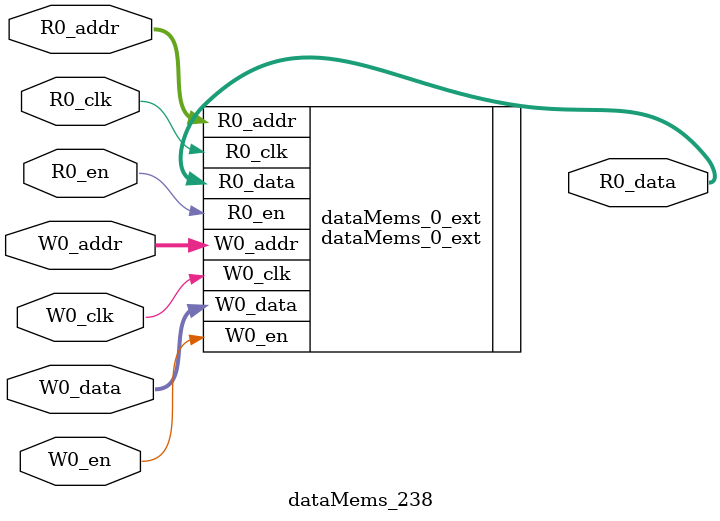
<source format=sv>
`ifndef RANDOMIZE
  `ifdef RANDOMIZE_REG_INIT
    `define RANDOMIZE
  `endif // RANDOMIZE_REG_INIT
`endif // not def RANDOMIZE
`ifndef RANDOMIZE
  `ifdef RANDOMIZE_MEM_INIT
    `define RANDOMIZE
  `endif // RANDOMIZE_MEM_INIT
`endif // not def RANDOMIZE

`ifndef RANDOM
  `define RANDOM $random
`endif // not def RANDOM

// Users can define 'PRINTF_COND' to add an extra gate to prints.
`ifndef PRINTF_COND_
  `ifdef PRINTF_COND
    `define PRINTF_COND_ (`PRINTF_COND)
  `else  // PRINTF_COND
    `define PRINTF_COND_ 1
  `endif // PRINTF_COND
`endif // not def PRINTF_COND_

// Users can define 'ASSERT_VERBOSE_COND' to add an extra gate to assert error printing.
`ifndef ASSERT_VERBOSE_COND_
  `ifdef ASSERT_VERBOSE_COND
    `define ASSERT_VERBOSE_COND_ (`ASSERT_VERBOSE_COND)
  `else  // ASSERT_VERBOSE_COND
    `define ASSERT_VERBOSE_COND_ 1
  `endif // ASSERT_VERBOSE_COND
`endif // not def ASSERT_VERBOSE_COND_

// Users can define 'STOP_COND' to add an extra gate to stop conditions.
`ifndef STOP_COND_
  `ifdef STOP_COND
    `define STOP_COND_ (`STOP_COND)
  `else  // STOP_COND
    `define STOP_COND_ 1
  `endif // STOP_COND
`endif // not def STOP_COND_

// Users can define INIT_RANDOM as general code that gets injected into the
// initializer block for modules with registers.
`ifndef INIT_RANDOM
  `define INIT_RANDOM
`endif // not def INIT_RANDOM

// If using random initialization, you can also define RANDOMIZE_DELAY to
// customize the delay used, otherwise 0.002 is used.
`ifndef RANDOMIZE_DELAY
  `define RANDOMIZE_DELAY 0.002
`endif // not def RANDOMIZE_DELAY

// Define INIT_RANDOM_PROLOG_ for use in our modules below.
`ifndef INIT_RANDOM_PROLOG_
  `ifdef RANDOMIZE
    `ifdef VERILATOR
      `define INIT_RANDOM_PROLOG_ `INIT_RANDOM
    `else  // VERILATOR
      `define INIT_RANDOM_PROLOG_ `INIT_RANDOM #`RANDOMIZE_DELAY begin end
    `endif // VERILATOR
  `else  // RANDOMIZE
    `define INIT_RANDOM_PROLOG_
  `endif // RANDOMIZE
`endif // not def INIT_RANDOM_PROLOG_

// Include register initializers in init blocks unless synthesis is set
`ifndef SYNTHESIS
  `ifndef ENABLE_INITIAL_REG_
    `define ENABLE_INITIAL_REG_
  `endif // not def ENABLE_INITIAL_REG_
`endif // not def SYNTHESIS

// Include rmemory initializers in init blocks unless synthesis is set
`ifndef SYNTHESIS
  `ifndef ENABLE_INITIAL_MEM_
    `define ENABLE_INITIAL_MEM_
  `endif // not def ENABLE_INITIAL_MEM_
`endif // not def SYNTHESIS

module dataMems_238(	// @[generators/ara/src/main/scala/UnsafeAXI4ToTL.scala:365:62]
  input  [4:0]  R0_addr,
  input         R0_en,
  input         R0_clk,
  output [66:0] R0_data,
  input  [4:0]  W0_addr,
  input         W0_en,
  input         W0_clk,
  input  [66:0] W0_data
);

  dataMems_0_ext dataMems_0_ext (	// @[generators/ara/src/main/scala/UnsafeAXI4ToTL.scala:365:62]
    .R0_addr (R0_addr),
    .R0_en   (R0_en),
    .R0_clk  (R0_clk),
    .R0_data (R0_data),
    .W0_addr (W0_addr),
    .W0_en   (W0_en),
    .W0_clk  (W0_clk),
    .W0_data (W0_data)
  );
endmodule


</source>
